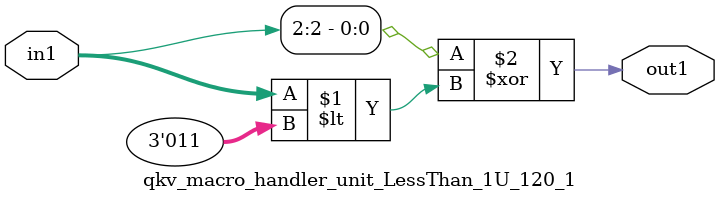
<source format=v>

`timescale 1ps / 1ps


module qkv_macro_handler_unit_LessThan_1U_120_1( in1, out1 );

    input [2:0] in1;
    output out1;

    
    // rtl_process:qkv_macro_handler_unit_LessThan_1U_120_1/qkv_macro_handler_unit_LessThan_1U_120_1_thread_1
    assign out1 = (in1[2] ^ in1 < 3'd3);

endmodule


</source>
